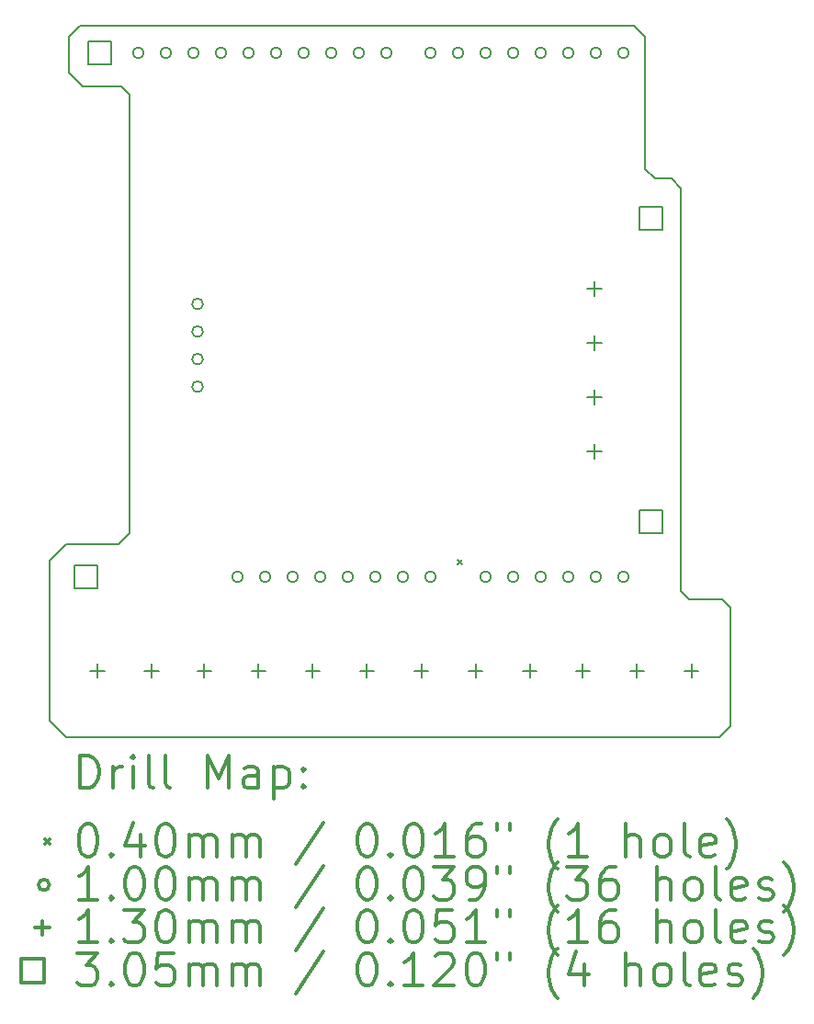
<source format=gbr>
%FSLAX45Y45*%
G04 Gerber Fmt 4.5, Leading zero omitted, Abs format (unit mm)*
G04 Created by KiCad (PCBNEW (5.0.1)-3) date 12/04/2019 12:39:02*
%MOMM*%
%LPD*%
G01*
G04 APERTURE LIST*
%ADD10C,0.150000*%
%ADD11C,0.200000*%
%ADD12C,0.300000*%
G04 APERTURE END LIST*
D10*
X17983200Y-8801100D02*
X17983200Y-12509500D01*
X17894300Y-8712200D02*
X17983200Y-8801100D01*
X17741900Y-8712200D02*
X17894300Y-8712200D01*
X17653000Y-8623300D02*
X17741900Y-8712200D01*
X17653000Y-7404100D02*
X17653000Y-8623300D01*
X12801600Y-12077700D02*
X12319000Y-12077700D01*
X12903200Y-11976100D02*
X12801600Y-12077700D01*
X12903200Y-7937500D02*
X12903200Y-11976100D01*
X12827000Y-7861300D02*
X12903200Y-7937500D01*
X12344400Y-7734300D02*
X12344400Y-7404100D01*
X12471400Y-7861300D02*
X12344400Y-7734300D01*
X12827000Y-7861300D02*
X12471400Y-7861300D01*
X18059400Y-12585700D02*
X17983200Y-12509500D01*
X18364200Y-12585700D02*
X18059400Y-12585700D01*
X18338800Y-13855700D02*
X17576800Y-13855700D01*
X18440400Y-13754100D02*
X18338800Y-13855700D01*
X18440400Y-12661900D02*
X18440400Y-13754100D01*
X18364200Y-12585700D02*
X18440400Y-12661900D01*
X17551400Y-7302500D02*
X17653000Y-7404100D01*
X17576800Y-13855700D02*
X12319000Y-13855700D01*
X12319000Y-13855700D02*
X12166600Y-13703300D01*
X12446000Y-7302500D02*
X17551400Y-7302500D01*
X12344400Y-7404100D02*
X12446000Y-7302500D01*
X12166600Y-13703300D02*
X12166600Y-12230100D01*
X12166600Y-12230100D02*
X12319000Y-12077700D01*
D11*
X15923710Y-12225840D02*
X15963710Y-12265840D01*
X15963710Y-12225840D02*
X15923710Y-12265840D01*
X13943838Y-12382500D02*
G75*
G03X13943838Y-12382500I-50038J0D01*
G01*
X14197838Y-12382500D02*
G75*
G03X14197838Y-12382500I-50038J0D01*
G01*
X14451838Y-12382500D02*
G75*
G03X14451838Y-12382500I-50038J0D01*
G01*
X14705838Y-12382500D02*
G75*
G03X14705838Y-12382500I-50038J0D01*
G01*
X14959838Y-12382500D02*
G75*
G03X14959838Y-12382500I-50038J0D01*
G01*
X15213838Y-12382500D02*
G75*
G03X15213838Y-12382500I-50038J0D01*
G01*
X15467838Y-12382500D02*
G75*
G03X15467838Y-12382500I-50038J0D01*
G01*
X15721838Y-12382500D02*
G75*
G03X15721838Y-12382500I-50038J0D01*
G01*
X16229838Y-12382500D02*
G75*
G03X16229838Y-12382500I-50038J0D01*
G01*
X16483838Y-12382500D02*
G75*
G03X16483838Y-12382500I-50038J0D01*
G01*
X16737838Y-12382500D02*
G75*
G03X16737838Y-12382500I-50038J0D01*
G01*
X16991838Y-12382500D02*
G75*
G03X16991838Y-12382500I-50038J0D01*
G01*
X17245838Y-12382500D02*
G75*
G03X17245838Y-12382500I-50038J0D01*
G01*
X17499838Y-12382500D02*
G75*
G03X17499838Y-12382500I-50038J0D01*
G01*
X13575538Y-9867900D02*
G75*
G03X13575538Y-9867900I-50038J0D01*
G01*
X13575538Y-10121900D02*
G75*
G03X13575538Y-10121900I-50038J0D01*
G01*
X13575538Y-10375900D02*
G75*
G03X13575538Y-10375900I-50038J0D01*
G01*
X13575538Y-10629900D02*
G75*
G03X13575538Y-10629900I-50038J0D01*
G01*
X15721838Y-7556500D02*
G75*
G03X15721838Y-7556500I-50038J0D01*
G01*
X15975838Y-7556500D02*
G75*
G03X15975838Y-7556500I-50038J0D01*
G01*
X16229838Y-7556500D02*
G75*
G03X16229838Y-7556500I-50038J0D01*
G01*
X16483838Y-7556500D02*
G75*
G03X16483838Y-7556500I-50038J0D01*
G01*
X16737838Y-7556500D02*
G75*
G03X16737838Y-7556500I-50038J0D01*
G01*
X16991838Y-7556500D02*
G75*
G03X16991838Y-7556500I-50038J0D01*
G01*
X17245838Y-7556500D02*
G75*
G03X17245838Y-7556500I-50038J0D01*
G01*
X17499838Y-7556500D02*
G75*
G03X17499838Y-7556500I-50038J0D01*
G01*
X13029438Y-7556500D02*
G75*
G03X13029438Y-7556500I-50038J0D01*
G01*
X13283438Y-7556500D02*
G75*
G03X13283438Y-7556500I-50038J0D01*
G01*
X13537438Y-7556500D02*
G75*
G03X13537438Y-7556500I-50038J0D01*
G01*
X13791438Y-7556500D02*
G75*
G03X13791438Y-7556500I-50038J0D01*
G01*
X14045438Y-7556500D02*
G75*
G03X14045438Y-7556500I-50038J0D01*
G01*
X14299438Y-7556500D02*
G75*
G03X14299438Y-7556500I-50038J0D01*
G01*
X14553438Y-7556500D02*
G75*
G03X14553438Y-7556500I-50038J0D01*
G01*
X14807438Y-7556500D02*
G75*
G03X14807438Y-7556500I-50038J0D01*
G01*
X15061438Y-7556500D02*
G75*
G03X15061438Y-7556500I-50038J0D01*
G01*
X15315438Y-7556500D02*
G75*
G03X15315438Y-7556500I-50038J0D01*
G01*
X12602400Y-13181100D02*
X12602400Y-13311100D01*
X12537400Y-13246100D02*
X12667400Y-13246100D01*
X13102400Y-13181100D02*
X13102400Y-13311100D01*
X13037400Y-13246100D02*
X13167400Y-13246100D01*
X17076800Y-13181100D02*
X17076800Y-13311100D01*
X17011800Y-13246100D02*
X17141800Y-13246100D01*
X17576800Y-13181100D02*
X17576800Y-13311100D01*
X17511800Y-13246100D02*
X17641800Y-13246100D01*
X18076800Y-13181100D02*
X18076800Y-13311100D01*
X18011800Y-13246100D02*
X18141800Y-13246100D01*
X13587600Y-13181100D02*
X13587600Y-13311100D01*
X13522600Y-13246100D02*
X13652600Y-13246100D01*
X14087600Y-13181100D02*
X14087600Y-13311100D01*
X14022600Y-13246100D02*
X14152600Y-13246100D01*
X14587600Y-13181100D02*
X14587600Y-13311100D01*
X14522600Y-13246100D02*
X14652600Y-13246100D01*
X15087600Y-13181100D02*
X15087600Y-13311100D01*
X15022600Y-13246100D02*
X15152600Y-13246100D01*
X15587600Y-13181100D02*
X15587600Y-13311100D01*
X15522600Y-13246100D02*
X15652600Y-13246100D01*
X16087600Y-13181100D02*
X16087600Y-13311100D01*
X16022600Y-13246100D02*
X16152600Y-13246100D01*
X16587600Y-13181100D02*
X16587600Y-13311100D01*
X16522600Y-13246100D02*
X16652600Y-13246100D01*
X17183100Y-9662500D02*
X17183100Y-9792500D01*
X17118100Y-9727500D02*
X17248100Y-9727500D01*
X17183100Y-10162500D02*
X17183100Y-10292500D01*
X17118100Y-10227500D02*
X17248100Y-10227500D01*
X17183100Y-10662500D02*
X17183100Y-10792500D01*
X17118100Y-10727500D02*
X17248100Y-10727500D01*
X17183100Y-11162500D02*
X17183100Y-11292500D01*
X17118100Y-11227500D02*
X17248100Y-11227500D01*
X12731564Y-7664264D02*
X12731564Y-7448736D01*
X12516036Y-7448736D01*
X12516036Y-7664264D01*
X12731564Y-7664264D01*
X12604564Y-12490264D02*
X12604564Y-12274736D01*
X12389036Y-12274736D01*
X12389036Y-12490264D01*
X12604564Y-12490264D01*
X17811564Y-11982264D02*
X17811564Y-11766736D01*
X17596036Y-11766736D01*
X17596036Y-11982264D01*
X17811564Y-11982264D01*
X17811564Y-9188264D02*
X17811564Y-8972736D01*
X17596036Y-8972736D01*
X17596036Y-9188264D01*
X17811564Y-9188264D01*
D12*
X12445528Y-14328914D02*
X12445528Y-14028914D01*
X12516957Y-14028914D01*
X12559814Y-14043200D01*
X12588386Y-14071771D01*
X12602671Y-14100343D01*
X12616957Y-14157486D01*
X12616957Y-14200343D01*
X12602671Y-14257486D01*
X12588386Y-14286057D01*
X12559814Y-14314629D01*
X12516957Y-14328914D01*
X12445528Y-14328914D01*
X12745528Y-14328914D02*
X12745528Y-14128914D01*
X12745528Y-14186057D02*
X12759814Y-14157486D01*
X12774100Y-14143200D01*
X12802671Y-14128914D01*
X12831243Y-14128914D01*
X12931243Y-14328914D02*
X12931243Y-14128914D01*
X12931243Y-14028914D02*
X12916957Y-14043200D01*
X12931243Y-14057486D01*
X12945528Y-14043200D01*
X12931243Y-14028914D01*
X12931243Y-14057486D01*
X13116957Y-14328914D02*
X13088386Y-14314629D01*
X13074100Y-14286057D01*
X13074100Y-14028914D01*
X13274100Y-14328914D02*
X13245528Y-14314629D01*
X13231243Y-14286057D01*
X13231243Y-14028914D01*
X13616957Y-14328914D02*
X13616957Y-14028914D01*
X13716957Y-14243200D01*
X13816957Y-14028914D01*
X13816957Y-14328914D01*
X14088386Y-14328914D02*
X14088386Y-14171771D01*
X14074100Y-14143200D01*
X14045528Y-14128914D01*
X13988386Y-14128914D01*
X13959814Y-14143200D01*
X14088386Y-14314629D02*
X14059814Y-14328914D01*
X13988386Y-14328914D01*
X13959814Y-14314629D01*
X13945528Y-14286057D01*
X13945528Y-14257486D01*
X13959814Y-14228914D01*
X13988386Y-14214629D01*
X14059814Y-14214629D01*
X14088386Y-14200343D01*
X14231243Y-14128914D02*
X14231243Y-14428914D01*
X14231243Y-14143200D02*
X14259814Y-14128914D01*
X14316957Y-14128914D01*
X14345528Y-14143200D01*
X14359814Y-14157486D01*
X14374100Y-14186057D01*
X14374100Y-14271771D01*
X14359814Y-14300343D01*
X14345528Y-14314629D01*
X14316957Y-14328914D01*
X14259814Y-14328914D01*
X14231243Y-14314629D01*
X14502671Y-14300343D02*
X14516957Y-14314629D01*
X14502671Y-14328914D01*
X14488386Y-14314629D01*
X14502671Y-14300343D01*
X14502671Y-14328914D01*
X14502671Y-14143200D02*
X14516957Y-14157486D01*
X14502671Y-14171771D01*
X14488386Y-14157486D01*
X14502671Y-14143200D01*
X14502671Y-14171771D01*
X12119100Y-14803200D02*
X12159100Y-14843200D01*
X12159100Y-14803200D02*
X12119100Y-14843200D01*
X12502671Y-14658914D02*
X12531243Y-14658914D01*
X12559814Y-14673200D01*
X12574100Y-14687486D01*
X12588386Y-14716057D01*
X12602671Y-14773200D01*
X12602671Y-14844629D01*
X12588386Y-14901771D01*
X12574100Y-14930343D01*
X12559814Y-14944629D01*
X12531243Y-14958914D01*
X12502671Y-14958914D01*
X12474100Y-14944629D01*
X12459814Y-14930343D01*
X12445528Y-14901771D01*
X12431243Y-14844629D01*
X12431243Y-14773200D01*
X12445528Y-14716057D01*
X12459814Y-14687486D01*
X12474100Y-14673200D01*
X12502671Y-14658914D01*
X12731243Y-14930343D02*
X12745528Y-14944629D01*
X12731243Y-14958914D01*
X12716957Y-14944629D01*
X12731243Y-14930343D01*
X12731243Y-14958914D01*
X13002671Y-14758914D02*
X13002671Y-14958914D01*
X12931243Y-14644629D02*
X12859814Y-14858914D01*
X13045528Y-14858914D01*
X13216957Y-14658914D02*
X13245528Y-14658914D01*
X13274100Y-14673200D01*
X13288386Y-14687486D01*
X13302671Y-14716057D01*
X13316957Y-14773200D01*
X13316957Y-14844629D01*
X13302671Y-14901771D01*
X13288386Y-14930343D01*
X13274100Y-14944629D01*
X13245528Y-14958914D01*
X13216957Y-14958914D01*
X13188386Y-14944629D01*
X13174100Y-14930343D01*
X13159814Y-14901771D01*
X13145528Y-14844629D01*
X13145528Y-14773200D01*
X13159814Y-14716057D01*
X13174100Y-14687486D01*
X13188386Y-14673200D01*
X13216957Y-14658914D01*
X13445528Y-14958914D02*
X13445528Y-14758914D01*
X13445528Y-14787486D02*
X13459814Y-14773200D01*
X13488386Y-14758914D01*
X13531243Y-14758914D01*
X13559814Y-14773200D01*
X13574100Y-14801771D01*
X13574100Y-14958914D01*
X13574100Y-14801771D02*
X13588386Y-14773200D01*
X13616957Y-14758914D01*
X13659814Y-14758914D01*
X13688386Y-14773200D01*
X13702671Y-14801771D01*
X13702671Y-14958914D01*
X13845528Y-14958914D02*
X13845528Y-14758914D01*
X13845528Y-14787486D02*
X13859814Y-14773200D01*
X13888386Y-14758914D01*
X13931243Y-14758914D01*
X13959814Y-14773200D01*
X13974100Y-14801771D01*
X13974100Y-14958914D01*
X13974100Y-14801771D02*
X13988386Y-14773200D01*
X14016957Y-14758914D01*
X14059814Y-14758914D01*
X14088386Y-14773200D01*
X14102671Y-14801771D01*
X14102671Y-14958914D01*
X14688386Y-14644629D02*
X14431243Y-15030343D01*
X15074100Y-14658914D02*
X15102671Y-14658914D01*
X15131243Y-14673200D01*
X15145528Y-14687486D01*
X15159814Y-14716057D01*
X15174100Y-14773200D01*
X15174100Y-14844629D01*
X15159814Y-14901771D01*
X15145528Y-14930343D01*
X15131243Y-14944629D01*
X15102671Y-14958914D01*
X15074100Y-14958914D01*
X15045528Y-14944629D01*
X15031243Y-14930343D01*
X15016957Y-14901771D01*
X15002671Y-14844629D01*
X15002671Y-14773200D01*
X15016957Y-14716057D01*
X15031243Y-14687486D01*
X15045528Y-14673200D01*
X15074100Y-14658914D01*
X15302671Y-14930343D02*
X15316957Y-14944629D01*
X15302671Y-14958914D01*
X15288386Y-14944629D01*
X15302671Y-14930343D01*
X15302671Y-14958914D01*
X15502671Y-14658914D02*
X15531243Y-14658914D01*
X15559814Y-14673200D01*
X15574100Y-14687486D01*
X15588386Y-14716057D01*
X15602671Y-14773200D01*
X15602671Y-14844629D01*
X15588386Y-14901771D01*
X15574100Y-14930343D01*
X15559814Y-14944629D01*
X15531243Y-14958914D01*
X15502671Y-14958914D01*
X15474100Y-14944629D01*
X15459814Y-14930343D01*
X15445528Y-14901771D01*
X15431243Y-14844629D01*
X15431243Y-14773200D01*
X15445528Y-14716057D01*
X15459814Y-14687486D01*
X15474100Y-14673200D01*
X15502671Y-14658914D01*
X15888386Y-14958914D02*
X15716957Y-14958914D01*
X15802671Y-14958914D02*
X15802671Y-14658914D01*
X15774100Y-14701771D01*
X15745528Y-14730343D01*
X15716957Y-14744629D01*
X16145528Y-14658914D02*
X16088386Y-14658914D01*
X16059814Y-14673200D01*
X16045528Y-14687486D01*
X16016957Y-14730343D01*
X16002671Y-14787486D01*
X16002671Y-14901771D01*
X16016957Y-14930343D01*
X16031243Y-14944629D01*
X16059814Y-14958914D01*
X16116957Y-14958914D01*
X16145528Y-14944629D01*
X16159814Y-14930343D01*
X16174100Y-14901771D01*
X16174100Y-14830343D01*
X16159814Y-14801771D01*
X16145528Y-14787486D01*
X16116957Y-14773200D01*
X16059814Y-14773200D01*
X16031243Y-14787486D01*
X16016957Y-14801771D01*
X16002671Y-14830343D01*
X16288386Y-14658914D02*
X16288386Y-14716057D01*
X16402671Y-14658914D02*
X16402671Y-14716057D01*
X16845528Y-15073200D02*
X16831243Y-15058914D01*
X16802671Y-15016057D01*
X16788386Y-14987486D01*
X16774100Y-14944629D01*
X16759814Y-14873200D01*
X16759814Y-14816057D01*
X16774100Y-14744629D01*
X16788386Y-14701771D01*
X16802671Y-14673200D01*
X16831243Y-14630343D01*
X16845528Y-14616057D01*
X17116957Y-14958914D02*
X16945528Y-14958914D01*
X17031243Y-14958914D02*
X17031243Y-14658914D01*
X17002671Y-14701771D01*
X16974100Y-14730343D01*
X16945528Y-14744629D01*
X17474100Y-14958914D02*
X17474100Y-14658914D01*
X17602671Y-14958914D02*
X17602671Y-14801771D01*
X17588386Y-14773200D01*
X17559814Y-14758914D01*
X17516957Y-14758914D01*
X17488386Y-14773200D01*
X17474100Y-14787486D01*
X17788386Y-14958914D02*
X17759814Y-14944629D01*
X17745528Y-14930343D01*
X17731243Y-14901771D01*
X17731243Y-14816057D01*
X17745528Y-14787486D01*
X17759814Y-14773200D01*
X17788386Y-14758914D01*
X17831243Y-14758914D01*
X17859814Y-14773200D01*
X17874100Y-14787486D01*
X17888386Y-14816057D01*
X17888386Y-14901771D01*
X17874100Y-14930343D01*
X17859814Y-14944629D01*
X17831243Y-14958914D01*
X17788386Y-14958914D01*
X18059814Y-14958914D02*
X18031243Y-14944629D01*
X18016957Y-14916057D01*
X18016957Y-14658914D01*
X18288386Y-14944629D02*
X18259814Y-14958914D01*
X18202671Y-14958914D01*
X18174100Y-14944629D01*
X18159814Y-14916057D01*
X18159814Y-14801771D01*
X18174100Y-14773200D01*
X18202671Y-14758914D01*
X18259814Y-14758914D01*
X18288386Y-14773200D01*
X18302671Y-14801771D01*
X18302671Y-14830343D01*
X18159814Y-14858914D01*
X18402671Y-15073200D02*
X18416957Y-15058914D01*
X18445528Y-15016057D01*
X18459814Y-14987486D01*
X18474100Y-14944629D01*
X18488386Y-14873200D01*
X18488386Y-14816057D01*
X18474100Y-14744629D01*
X18459814Y-14701771D01*
X18445528Y-14673200D01*
X18416957Y-14630343D01*
X18402671Y-14616057D01*
X12159100Y-15219200D02*
G75*
G03X12159100Y-15219200I-50038J0D01*
G01*
X12602671Y-15354914D02*
X12431243Y-15354914D01*
X12516957Y-15354914D02*
X12516957Y-15054914D01*
X12488386Y-15097771D01*
X12459814Y-15126343D01*
X12431243Y-15140629D01*
X12731243Y-15326343D02*
X12745528Y-15340629D01*
X12731243Y-15354914D01*
X12716957Y-15340629D01*
X12731243Y-15326343D01*
X12731243Y-15354914D01*
X12931243Y-15054914D02*
X12959814Y-15054914D01*
X12988386Y-15069200D01*
X13002671Y-15083486D01*
X13016957Y-15112057D01*
X13031243Y-15169200D01*
X13031243Y-15240629D01*
X13016957Y-15297771D01*
X13002671Y-15326343D01*
X12988386Y-15340629D01*
X12959814Y-15354914D01*
X12931243Y-15354914D01*
X12902671Y-15340629D01*
X12888386Y-15326343D01*
X12874100Y-15297771D01*
X12859814Y-15240629D01*
X12859814Y-15169200D01*
X12874100Y-15112057D01*
X12888386Y-15083486D01*
X12902671Y-15069200D01*
X12931243Y-15054914D01*
X13216957Y-15054914D02*
X13245528Y-15054914D01*
X13274100Y-15069200D01*
X13288386Y-15083486D01*
X13302671Y-15112057D01*
X13316957Y-15169200D01*
X13316957Y-15240629D01*
X13302671Y-15297771D01*
X13288386Y-15326343D01*
X13274100Y-15340629D01*
X13245528Y-15354914D01*
X13216957Y-15354914D01*
X13188386Y-15340629D01*
X13174100Y-15326343D01*
X13159814Y-15297771D01*
X13145528Y-15240629D01*
X13145528Y-15169200D01*
X13159814Y-15112057D01*
X13174100Y-15083486D01*
X13188386Y-15069200D01*
X13216957Y-15054914D01*
X13445528Y-15354914D02*
X13445528Y-15154914D01*
X13445528Y-15183486D02*
X13459814Y-15169200D01*
X13488386Y-15154914D01*
X13531243Y-15154914D01*
X13559814Y-15169200D01*
X13574100Y-15197771D01*
X13574100Y-15354914D01*
X13574100Y-15197771D02*
X13588386Y-15169200D01*
X13616957Y-15154914D01*
X13659814Y-15154914D01*
X13688386Y-15169200D01*
X13702671Y-15197771D01*
X13702671Y-15354914D01*
X13845528Y-15354914D02*
X13845528Y-15154914D01*
X13845528Y-15183486D02*
X13859814Y-15169200D01*
X13888386Y-15154914D01*
X13931243Y-15154914D01*
X13959814Y-15169200D01*
X13974100Y-15197771D01*
X13974100Y-15354914D01*
X13974100Y-15197771D02*
X13988386Y-15169200D01*
X14016957Y-15154914D01*
X14059814Y-15154914D01*
X14088386Y-15169200D01*
X14102671Y-15197771D01*
X14102671Y-15354914D01*
X14688386Y-15040629D02*
X14431243Y-15426343D01*
X15074100Y-15054914D02*
X15102671Y-15054914D01*
X15131243Y-15069200D01*
X15145528Y-15083486D01*
X15159814Y-15112057D01*
X15174100Y-15169200D01*
X15174100Y-15240629D01*
X15159814Y-15297771D01*
X15145528Y-15326343D01*
X15131243Y-15340629D01*
X15102671Y-15354914D01*
X15074100Y-15354914D01*
X15045528Y-15340629D01*
X15031243Y-15326343D01*
X15016957Y-15297771D01*
X15002671Y-15240629D01*
X15002671Y-15169200D01*
X15016957Y-15112057D01*
X15031243Y-15083486D01*
X15045528Y-15069200D01*
X15074100Y-15054914D01*
X15302671Y-15326343D02*
X15316957Y-15340629D01*
X15302671Y-15354914D01*
X15288386Y-15340629D01*
X15302671Y-15326343D01*
X15302671Y-15354914D01*
X15502671Y-15054914D02*
X15531243Y-15054914D01*
X15559814Y-15069200D01*
X15574100Y-15083486D01*
X15588386Y-15112057D01*
X15602671Y-15169200D01*
X15602671Y-15240629D01*
X15588386Y-15297771D01*
X15574100Y-15326343D01*
X15559814Y-15340629D01*
X15531243Y-15354914D01*
X15502671Y-15354914D01*
X15474100Y-15340629D01*
X15459814Y-15326343D01*
X15445528Y-15297771D01*
X15431243Y-15240629D01*
X15431243Y-15169200D01*
X15445528Y-15112057D01*
X15459814Y-15083486D01*
X15474100Y-15069200D01*
X15502671Y-15054914D01*
X15702671Y-15054914D02*
X15888386Y-15054914D01*
X15788386Y-15169200D01*
X15831243Y-15169200D01*
X15859814Y-15183486D01*
X15874100Y-15197771D01*
X15888386Y-15226343D01*
X15888386Y-15297771D01*
X15874100Y-15326343D01*
X15859814Y-15340629D01*
X15831243Y-15354914D01*
X15745528Y-15354914D01*
X15716957Y-15340629D01*
X15702671Y-15326343D01*
X16031243Y-15354914D02*
X16088386Y-15354914D01*
X16116957Y-15340629D01*
X16131243Y-15326343D01*
X16159814Y-15283486D01*
X16174100Y-15226343D01*
X16174100Y-15112057D01*
X16159814Y-15083486D01*
X16145528Y-15069200D01*
X16116957Y-15054914D01*
X16059814Y-15054914D01*
X16031243Y-15069200D01*
X16016957Y-15083486D01*
X16002671Y-15112057D01*
X16002671Y-15183486D01*
X16016957Y-15212057D01*
X16031243Y-15226343D01*
X16059814Y-15240629D01*
X16116957Y-15240629D01*
X16145528Y-15226343D01*
X16159814Y-15212057D01*
X16174100Y-15183486D01*
X16288386Y-15054914D02*
X16288386Y-15112057D01*
X16402671Y-15054914D02*
X16402671Y-15112057D01*
X16845528Y-15469200D02*
X16831243Y-15454914D01*
X16802671Y-15412057D01*
X16788386Y-15383486D01*
X16774100Y-15340629D01*
X16759814Y-15269200D01*
X16759814Y-15212057D01*
X16774100Y-15140629D01*
X16788386Y-15097771D01*
X16802671Y-15069200D01*
X16831243Y-15026343D01*
X16845528Y-15012057D01*
X16931243Y-15054914D02*
X17116957Y-15054914D01*
X17016957Y-15169200D01*
X17059814Y-15169200D01*
X17088386Y-15183486D01*
X17102671Y-15197771D01*
X17116957Y-15226343D01*
X17116957Y-15297771D01*
X17102671Y-15326343D01*
X17088386Y-15340629D01*
X17059814Y-15354914D01*
X16974100Y-15354914D01*
X16945528Y-15340629D01*
X16931243Y-15326343D01*
X17374100Y-15054914D02*
X17316957Y-15054914D01*
X17288386Y-15069200D01*
X17274100Y-15083486D01*
X17245528Y-15126343D01*
X17231243Y-15183486D01*
X17231243Y-15297771D01*
X17245528Y-15326343D01*
X17259814Y-15340629D01*
X17288386Y-15354914D01*
X17345528Y-15354914D01*
X17374100Y-15340629D01*
X17388386Y-15326343D01*
X17402671Y-15297771D01*
X17402671Y-15226343D01*
X17388386Y-15197771D01*
X17374100Y-15183486D01*
X17345528Y-15169200D01*
X17288386Y-15169200D01*
X17259814Y-15183486D01*
X17245528Y-15197771D01*
X17231243Y-15226343D01*
X17759814Y-15354914D02*
X17759814Y-15054914D01*
X17888386Y-15354914D02*
X17888386Y-15197771D01*
X17874100Y-15169200D01*
X17845528Y-15154914D01*
X17802671Y-15154914D01*
X17774100Y-15169200D01*
X17759814Y-15183486D01*
X18074100Y-15354914D02*
X18045528Y-15340629D01*
X18031243Y-15326343D01*
X18016957Y-15297771D01*
X18016957Y-15212057D01*
X18031243Y-15183486D01*
X18045528Y-15169200D01*
X18074100Y-15154914D01*
X18116957Y-15154914D01*
X18145528Y-15169200D01*
X18159814Y-15183486D01*
X18174100Y-15212057D01*
X18174100Y-15297771D01*
X18159814Y-15326343D01*
X18145528Y-15340629D01*
X18116957Y-15354914D01*
X18074100Y-15354914D01*
X18345528Y-15354914D02*
X18316957Y-15340629D01*
X18302671Y-15312057D01*
X18302671Y-15054914D01*
X18574100Y-15340629D02*
X18545528Y-15354914D01*
X18488386Y-15354914D01*
X18459814Y-15340629D01*
X18445528Y-15312057D01*
X18445528Y-15197771D01*
X18459814Y-15169200D01*
X18488386Y-15154914D01*
X18545528Y-15154914D01*
X18574100Y-15169200D01*
X18588386Y-15197771D01*
X18588386Y-15226343D01*
X18445528Y-15254914D01*
X18702671Y-15340629D02*
X18731243Y-15354914D01*
X18788386Y-15354914D01*
X18816957Y-15340629D01*
X18831243Y-15312057D01*
X18831243Y-15297771D01*
X18816957Y-15269200D01*
X18788386Y-15254914D01*
X18745528Y-15254914D01*
X18716957Y-15240629D01*
X18702671Y-15212057D01*
X18702671Y-15197771D01*
X18716957Y-15169200D01*
X18745528Y-15154914D01*
X18788386Y-15154914D01*
X18816957Y-15169200D01*
X18931243Y-15469200D02*
X18945528Y-15454914D01*
X18974100Y-15412057D01*
X18988386Y-15383486D01*
X19002671Y-15340629D01*
X19016957Y-15269200D01*
X19016957Y-15212057D01*
X19002671Y-15140629D01*
X18988386Y-15097771D01*
X18974100Y-15069200D01*
X18945528Y-15026343D01*
X18931243Y-15012057D01*
X12094100Y-15550200D02*
X12094100Y-15680200D01*
X12029100Y-15615200D02*
X12159100Y-15615200D01*
X12602671Y-15750914D02*
X12431243Y-15750914D01*
X12516957Y-15750914D02*
X12516957Y-15450914D01*
X12488386Y-15493771D01*
X12459814Y-15522343D01*
X12431243Y-15536629D01*
X12731243Y-15722343D02*
X12745528Y-15736629D01*
X12731243Y-15750914D01*
X12716957Y-15736629D01*
X12731243Y-15722343D01*
X12731243Y-15750914D01*
X12845528Y-15450914D02*
X13031243Y-15450914D01*
X12931243Y-15565200D01*
X12974100Y-15565200D01*
X13002671Y-15579486D01*
X13016957Y-15593771D01*
X13031243Y-15622343D01*
X13031243Y-15693771D01*
X13016957Y-15722343D01*
X13002671Y-15736629D01*
X12974100Y-15750914D01*
X12888386Y-15750914D01*
X12859814Y-15736629D01*
X12845528Y-15722343D01*
X13216957Y-15450914D02*
X13245528Y-15450914D01*
X13274100Y-15465200D01*
X13288386Y-15479486D01*
X13302671Y-15508057D01*
X13316957Y-15565200D01*
X13316957Y-15636629D01*
X13302671Y-15693771D01*
X13288386Y-15722343D01*
X13274100Y-15736629D01*
X13245528Y-15750914D01*
X13216957Y-15750914D01*
X13188386Y-15736629D01*
X13174100Y-15722343D01*
X13159814Y-15693771D01*
X13145528Y-15636629D01*
X13145528Y-15565200D01*
X13159814Y-15508057D01*
X13174100Y-15479486D01*
X13188386Y-15465200D01*
X13216957Y-15450914D01*
X13445528Y-15750914D02*
X13445528Y-15550914D01*
X13445528Y-15579486D02*
X13459814Y-15565200D01*
X13488386Y-15550914D01*
X13531243Y-15550914D01*
X13559814Y-15565200D01*
X13574100Y-15593771D01*
X13574100Y-15750914D01*
X13574100Y-15593771D02*
X13588386Y-15565200D01*
X13616957Y-15550914D01*
X13659814Y-15550914D01*
X13688386Y-15565200D01*
X13702671Y-15593771D01*
X13702671Y-15750914D01*
X13845528Y-15750914D02*
X13845528Y-15550914D01*
X13845528Y-15579486D02*
X13859814Y-15565200D01*
X13888386Y-15550914D01*
X13931243Y-15550914D01*
X13959814Y-15565200D01*
X13974100Y-15593771D01*
X13974100Y-15750914D01*
X13974100Y-15593771D02*
X13988386Y-15565200D01*
X14016957Y-15550914D01*
X14059814Y-15550914D01*
X14088386Y-15565200D01*
X14102671Y-15593771D01*
X14102671Y-15750914D01*
X14688386Y-15436629D02*
X14431243Y-15822343D01*
X15074100Y-15450914D02*
X15102671Y-15450914D01*
X15131243Y-15465200D01*
X15145528Y-15479486D01*
X15159814Y-15508057D01*
X15174100Y-15565200D01*
X15174100Y-15636629D01*
X15159814Y-15693771D01*
X15145528Y-15722343D01*
X15131243Y-15736629D01*
X15102671Y-15750914D01*
X15074100Y-15750914D01*
X15045528Y-15736629D01*
X15031243Y-15722343D01*
X15016957Y-15693771D01*
X15002671Y-15636629D01*
X15002671Y-15565200D01*
X15016957Y-15508057D01*
X15031243Y-15479486D01*
X15045528Y-15465200D01*
X15074100Y-15450914D01*
X15302671Y-15722343D02*
X15316957Y-15736629D01*
X15302671Y-15750914D01*
X15288386Y-15736629D01*
X15302671Y-15722343D01*
X15302671Y-15750914D01*
X15502671Y-15450914D02*
X15531243Y-15450914D01*
X15559814Y-15465200D01*
X15574100Y-15479486D01*
X15588386Y-15508057D01*
X15602671Y-15565200D01*
X15602671Y-15636629D01*
X15588386Y-15693771D01*
X15574100Y-15722343D01*
X15559814Y-15736629D01*
X15531243Y-15750914D01*
X15502671Y-15750914D01*
X15474100Y-15736629D01*
X15459814Y-15722343D01*
X15445528Y-15693771D01*
X15431243Y-15636629D01*
X15431243Y-15565200D01*
X15445528Y-15508057D01*
X15459814Y-15479486D01*
X15474100Y-15465200D01*
X15502671Y-15450914D01*
X15874100Y-15450914D02*
X15731243Y-15450914D01*
X15716957Y-15593771D01*
X15731243Y-15579486D01*
X15759814Y-15565200D01*
X15831243Y-15565200D01*
X15859814Y-15579486D01*
X15874100Y-15593771D01*
X15888386Y-15622343D01*
X15888386Y-15693771D01*
X15874100Y-15722343D01*
X15859814Y-15736629D01*
X15831243Y-15750914D01*
X15759814Y-15750914D01*
X15731243Y-15736629D01*
X15716957Y-15722343D01*
X16174100Y-15750914D02*
X16002671Y-15750914D01*
X16088386Y-15750914D02*
X16088386Y-15450914D01*
X16059814Y-15493771D01*
X16031243Y-15522343D01*
X16002671Y-15536629D01*
X16288386Y-15450914D02*
X16288386Y-15508057D01*
X16402671Y-15450914D02*
X16402671Y-15508057D01*
X16845528Y-15865200D02*
X16831243Y-15850914D01*
X16802671Y-15808057D01*
X16788386Y-15779486D01*
X16774100Y-15736629D01*
X16759814Y-15665200D01*
X16759814Y-15608057D01*
X16774100Y-15536629D01*
X16788386Y-15493771D01*
X16802671Y-15465200D01*
X16831243Y-15422343D01*
X16845528Y-15408057D01*
X17116957Y-15750914D02*
X16945528Y-15750914D01*
X17031243Y-15750914D02*
X17031243Y-15450914D01*
X17002671Y-15493771D01*
X16974100Y-15522343D01*
X16945528Y-15536629D01*
X17374100Y-15450914D02*
X17316957Y-15450914D01*
X17288386Y-15465200D01*
X17274100Y-15479486D01*
X17245528Y-15522343D01*
X17231243Y-15579486D01*
X17231243Y-15693771D01*
X17245528Y-15722343D01*
X17259814Y-15736629D01*
X17288386Y-15750914D01*
X17345528Y-15750914D01*
X17374100Y-15736629D01*
X17388386Y-15722343D01*
X17402671Y-15693771D01*
X17402671Y-15622343D01*
X17388386Y-15593771D01*
X17374100Y-15579486D01*
X17345528Y-15565200D01*
X17288386Y-15565200D01*
X17259814Y-15579486D01*
X17245528Y-15593771D01*
X17231243Y-15622343D01*
X17759814Y-15750914D02*
X17759814Y-15450914D01*
X17888386Y-15750914D02*
X17888386Y-15593771D01*
X17874100Y-15565200D01*
X17845528Y-15550914D01*
X17802671Y-15550914D01*
X17774100Y-15565200D01*
X17759814Y-15579486D01*
X18074100Y-15750914D02*
X18045528Y-15736629D01*
X18031243Y-15722343D01*
X18016957Y-15693771D01*
X18016957Y-15608057D01*
X18031243Y-15579486D01*
X18045528Y-15565200D01*
X18074100Y-15550914D01*
X18116957Y-15550914D01*
X18145528Y-15565200D01*
X18159814Y-15579486D01*
X18174100Y-15608057D01*
X18174100Y-15693771D01*
X18159814Y-15722343D01*
X18145528Y-15736629D01*
X18116957Y-15750914D01*
X18074100Y-15750914D01*
X18345528Y-15750914D02*
X18316957Y-15736629D01*
X18302671Y-15708057D01*
X18302671Y-15450914D01*
X18574100Y-15736629D02*
X18545528Y-15750914D01*
X18488386Y-15750914D01*
X18459814Y-15736629D01*
X18445528Y-15708057D01*
X18445528Y-15593771D01*
X18459814Y-15565200D01*
X18488386Y-15550914D01*
X18545528Y-15550914D01*
X18574100Y-15565200D01*
X18588386Y-15593771D01*
X18588386Y-15622343D01*
X18445528Y-15650914D01*
X18702671Y-15736629D02*
X18731243Y-15750914D01*
X18788386Y-15750914D01*
X18816957Y-15736629D01*
X18831243Y-15708057D01*
X18831243Y-15693771D01*
X18816957Y-15665200D01*
X18788386Y-15650914D01*
X18745528Y-15650914D01*
X18716957Y-15636629D01*
X18702671Y-15608057D01*
X18702671Y-15593771D01*
X18716957Y-15565200D01*
X18745528Y-15550914D01*
X18788386Y-15550914D01*
X18816957Y-15565200D01*
X18931243Y-15865200D02*
X18945528Y-15850914D01*
X18974100Y-15808057D01*
X18988386Y-15779486D01*
X19002671Y-15736629D01*
X19016957Y-15665200D01*
X19016957Y-15608057D01*
X19002671Y-15536629D01*
X18988386Y-15493771D01*
X18974100Y-15465200D01*
X18945528Y-15422343D01*
X18931243Y-15408057D01*
X12114464Y-16118964D02*
X12114464Y-15903436D01*
X11898936Y-15903436D01*
X11898936Y-16118964D01*
X12114464Y-16118964D01*
X12416957Y-15846914D02*
X12602671Y-15846914D01*
X12502671Y-15961200D01*
X12545528Y-15961200D01*
X12574100Y-15975486D01*
X12588386Y-15989771D01*
X12602671Y-16018343D01*
X12602671Y-16089771D01*
X12588386Y-16118343D01*
X12574100Y-16132629D01*
X12545528Y-16146914D01*
X12459814Y-16146914D01*
X12431243Y-16132629D01*
X12416957Y-16118343D01*
X12731243Y-16118343D02*
X12745528Y-16132629D01*
X12731243Y-16146914D01*
X12716957Y-16132629D01*
X12731243Y-16118343D01*
X12731243Y-16146914D01*
X12931243Y-15846914D02*
X12959814Y-15846914D01*
X12988386Y-15861200D01*
X13002671Y-15875486D01*
X13016957Y-15904057D01*
X13031243Y-15961200D01*
X13031243Y-16032629D01*
X13016957Y-16089771D01*
X13002671Y-16118343D01*
X12988386Y-16132629D01*
X12959814Y-16146914D01*
X12931243Y-16146914D01*
X12902671Y-16132629D01*
X12888386Y-16118343D01*
X12874100Y-16089771D01*
X12859814Y-16032629D01*
X12859814Y-15961200D01*
X12874100Y-15904057D01*
X12888386Y-15875486D01*
X12902671Y-15861200D01*
X12931243Y-15846914D01*
X13302671Y-15846914D02*
X13159814Y-15846914D01*
X13145528Y-15989771D01*
X13159814Y-15975486D01*
X13188386Y-15961200D01*
X13259814Y-15961200D01*
X13288386Y-15975486D01*
X13302671Y-15989771D01*
X13316957Y-16018343D01*
X13316957Y-16089771D01*
X13302671Y-16118343D01*
X13288386Y-16132629D01*
X13259814Y-16146914D01*
X13188386Y-16146914D01*
X13159814Y-16132629D01*
X13145528Y-16118343D01*
X13445528Y-16146914D02*
X13445528Y-15946914D01*
X13445528Y-15975486D02*
X13459814Y-15961200D01*
X13488386Y-15946914D01*
X13531243Y-15946914D01*
X13559814Y-15961200D01*
X13574100Y-15989771D01*
X13574100Y-16146914D01*
X13574100Y-15989771D02*
X13588386Y-15961200D01*
X13616957Y-15946914D01*
X13659814Y-15946914D01*
X13688386Y-15961200D01*
X13702671Y-15989771D01*
X13702671Y-16146914D01*
X13845528Y-16146914D02*
X13845528Y-15946914D01*
X13845528Y-15975486D02*
X13859814Y-15961200D01*
X13888386Y-15946914D01*
X13931243Y-15946914D01*
X13959814Y-15961200D01*
X13974100Y-15989771D01*
X13974100Y-16146914D01*
X13974100Y-15989771D02*
X13988386Y-15961200D01*
X14016957Y-15946914D01*
X14059814Y-15946914D01*
X14088386Y-15961200D01*
X14102671Y-15989771D01*
X14102671Y-16146914D01*
X14688386Y-15832629D02*
X14431243Y-16218343D01*
X15074100Y-15846914D02*
X15102671Y-15846914D01*
X15131243Y-15861200D01*
X15145528Y-15875486D01*
X15159814Y-15904057D01*
X15174100Y-15961200D01*
X15174100Y-16032629D01*
X15159814Y-16089771D01*
X15145528Y-16118343D01*
X15131243Y-16132629D01*
X15102671Y-16146914D01*
X15074100Y-16146914D01*
X15045528Y-16132629D01*
X15031243Y-16118343D01*
X15016957Y-16089771D01*
X15002671Y-16032629D01*
X15002671Y-15961200D01*
X15016957Y-15904057D01*
X15031243Y-15875486D01*
X15045528Y-15861200D01*
X15074100Y-15846914D01*
X15302671Y-16118343D02*
X15316957Y-16132629D01*
X15302671Y-16146914D01*
X15288386Y-16132629D01*
X15302671Y-16118343D01*
X15302671Y-16146914D01*
X15602671Y-16146914D02*
X15431243Y-16146914D01*
X15516957Y-16146914D02*
X15516957Y-15846914D01*
X15488386Y-15889771D01*
X15459814Y-15918343D01*
X15431243Y-15932629D01*
X15716957Y-15875486D02*
X15731243Y-15861200D01*
X15759814Y-15846914D01*
X15831243Y-15846914D01*
X15859814Y-15861200D01*
X15874100Y-15875486D01*
X15888386Y-15904057D01*
X15888386Y-15932629D01*
X15874100Y-15975486D01*
X15702671Y-16146914D01*
X15888386Y-16146914D01*
X16074100Y-15846914D02*
X16102671Y-15846914D01*
X16131243Y-15861200D01*
X16145528Y-15875486D01*
X16159814Y-15904057D01*
X16174100Y-15961200D01*
X16174100Y-16032629D01*
X16159814Y-16089771D01*
X16145528Y-16118343D01*
X16131243Y-16132629D01*
X16102671Y-16146914D01*
X16074100Y-16146914D01*
X16045528Y-16132629D01*
X16031243Y-16118343D01*
X16016957Y-16089771D01*
X16002671Y-16032629D01*
X16002671Y-15961200D01*
X16016957Y-15904057D01*
X16031243Y-15875486D01*
X16045528Y-15861200D01*
X16074100Y-15846914D01*
X16288386Y-15846914D02*
X16288386Y-15904057D01*
X16402671Y-15846914D02*
X16402671Y-15904057D01*
X16845528Y-16261200D02*
X16831243Y-16246914D01*
X16802671Y-16204057D01*
X16788386Y-16175486D01*
X16774100Y-16132629D01*
X16759814Y-16061200D01*
X16759814Y-16004057D01*
X16774100Y-15932629D01*
X16788386Y-15889771D01*
X16802671Y-15861200D01*
X16831243Y-15818343D01*
X16845528Y-15804057D01*
X17088386Y-15946914D02*
X17088386Y-16146914D01*
X17016957Y-15832629D02*
X16945528Y-16046914D01*
X17131243Y-16046914D01*
X17474100Y-16146914D02*
X17474100Y-15846914D01*
X17602671Y-16146914D02*
X17602671Y-15989771D01*
X17588386Y-15961200D01*
X17559814Y-15946914D01*
X17516957Y-15946914D01*
X17488386Y-15961200D01*
X17474100Y-15975486D01*
X17788386Y-16146914D02*
X17759814Y-16132629D01*
X17745528Y-16118343D01*
X17731243Y-16089771D01*
X17731243Y-16004057D01*
X17745528Y-15975486D01*
X17759814Y-15961200D01*
X17788386Y-15946914D01*
X17831243Y-15946914D01*
X17859814Y-15961200D01*
X17874100Y-15975486D01*
X17888386Y-16004057D01*
X17888386Y-16089771D01*
X17874100Y-16118343D01*
X17859814Y-16132629D01*
X17831243Y-16146914D01*
X17788386Y-16146914D01*
X18059814Y-16146914D02*
X18031243Y-16132629D01*
X18016957Y-16104057D01*
X18016957Y-15846914D01*
X18288386Y-16132629D02*
X18259814Y-16146914D01*
X18202671Y-16146914D01*
X18174100Y-16132629D01*
X18159814Y-16104057D01*
X18159814Y-15989771D01*
X18174100Y-15961200D01*
X18202671Y-15946914D01*
X18259814Y-15946914D01*
X18288386Y-15961200D01*
X18302671Y-15989771D01*
X18302671Y-16018343D01*
X18159814Y-16046914D01*
X18416957Y-16132629D02*
X18445528Y-16146914D01*
X18502671Y-16146914D01*
X18531243Y-16132629D01*
X18545528Y-16104057D01*
X18545528Y-16089771D01*
X18531243Y-16061200D01*
X18502671Y-16046914D01*
X18459814Y-16046914D01*
X18431243Y-16032629D01*
X18416957Y-16004057D01*
X18416957Y-15989771D01*
X18431243Y-15961200D01*
X18459814Y-15946914D01*
X18502671Y-15946914D01*
X18531243Y-15961200D01*
X18645528Y-16261200D02*
X18659814Y-16246914D01*
X18688386Y-16204057D01*
X18702671Y-16175486D01*
X18716957Y-16132629D01*
X18731243Y-16061200D01*
X18731243Y-16004057D01*
X18716957Y-15932629D01*
X18702671Y-15889771D01*
X18688386Y-15861200D01*
X18659814Y-15818343D01*
X18645528Y-15804057D01*
M02*

</source>
